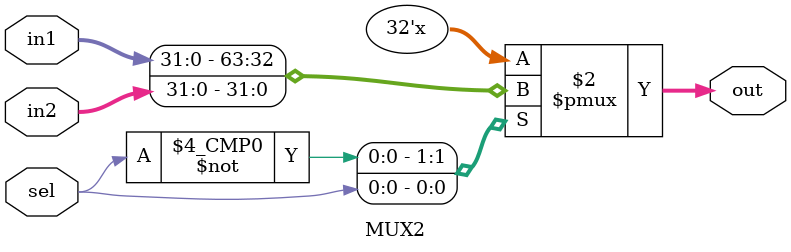
<source format=v>
module MUX2 (
    input sel,
    input [31:0] in1,
    in2,
    output reg [31:0] out
);
  always @(sel, in1, in2) begin
    out = 0;
    case (sel)
      1'b0: out = in1;
      1'b1: out = in2;
    endcase
  end
endmodule

</source>
